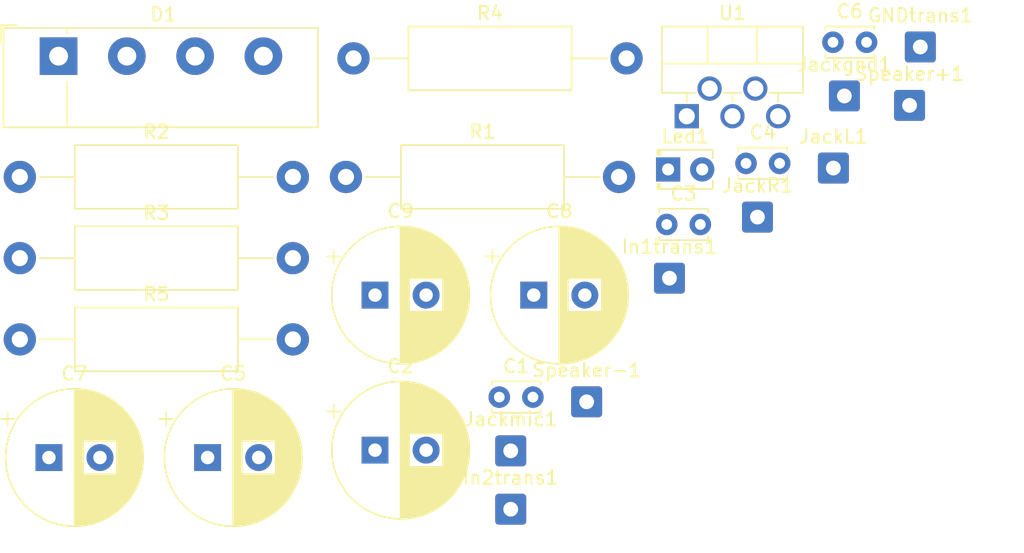
<source format=kicad_pcb>
(kicad_pcb (version 20211014) (generator pcbnew)
  (layers (0 "F.Cu" signal) (31 "B.Cu" signal) (34 "B.Paste" user) (35 "F.Paste" user) (36 "B.SilkS" user "B.Silkscreen") (37 "F.SilkS" user "F.Silkscreen") (38 "B.Mask" user) (39 "F.Mask" user) (44 "Edge.Cuts" user))
  (net 0 "")
  (net 1 "Net-(C1-Pad1)")
  (net 2 "Net-(C1-Pad2)")
  (net 3 "Net-(C2-Pad1)")
  (net 4 "GND")
  (net 5 "Net-(C3-Pad2)")
  (net 6 "Net-(C4-Pad2)")
  (net 7 "Net-(C6-Pad2)")
  (net 8 "Net-(D1-Pad2)")
  (net 9 "Net-(D1-Pad4)")
  (net 11 "Net-(R5-Pad2)")
  (net 12 "Net-(R2-Pad1)")
  (net 13 "Net-(R3-Pad2)")
  (footprint "Capacitor_THT:C_Disc_D3.4mm_W2.1mm_P2.50mm" (layer "F.Cu") (at 107.26 43.55)
    (fp_text reference "C4" (at 1.25 -2.3) (layer "F.SilkS"))
    (fp_text value "C")
    (pad "1" thru_hole circle (at 0 0) (size 1.6 1.6) (drill 0.8) (layers *.Cu *.Mask) (net 4 "GND"))
    (pad "2" thru_hole circle (at 2.5 0) (size 1.6 1.6) (drill 0.8) (layers *.Cu *.Mask) (net 6 "Net-(C4-Pad2)"))
  )
  (footprint "LED_THT:LED_D2.0mm_W4.0mm_H2.8mm_FlatTop" (layer "F.Cu") (at 101.46 44)
    (fp_text reference "Led1" (at 1.27 -2.46) (layer "F.SilkS"))
    (fp_text value "LED")
    (pad "1" thru_hole rect (at 0 0) (size 1.8 1.8) (drill 0.9) (layers *.Cu *.Mask) (net 4 "GND"))
    (pad "2" thru_hole circle (at 2.54 0) (size 1.8 1.8) (drill 0.9) (layers *.Cu *.Mask) (net 11 "Net-(R5-Pad2)"))
  )
  (footprint "Connector_Wire:SolderWire-0.5sqmm_1x01_D0.9mm_OD2.3mm" (layer "F.Cu") (at 89.75 69.31)
    (fp_text reference "In2trans1" (at 0 -2.35) (layer "F.SilkS"))
    (fp_text value "Conn_01x01_Female")
    (pad "1" thru_hole roundrect (at 0 0) (size 2.3 2.3) (drill 1.1) (layers *.Cu *.Mask) (roundrect_rratio 0.108696) (net 9 "Net-(D1-Pad4)"))
  )
  (footprint "Capacitor_THT:C_Disc_D3.4mm_W2.1mm_P2.50mm" (layer "F.Cu") (at 113.73 34.53)
    (fp_text reference "C6" (at 1.25 -2.3) (layer "F.SilkS"))
    (fp_text value "C")
    (pad "1" thru_hole circle (at 0 0) (size 1.6 1.6) (drill 0.8) (layers *.Cu *.Mask) (net 4 "GND"))
    (pad "2" thru_hole circle (at 2.5 0) (size 1.6 1.6) (drill 0.8) (layers *.Cu *.Mask) (net 7 "Net-(C6-Pad2)"))
  )
  (footprint "Connector_Wire:SolderWire-0.5sqmm_1x01_D0.9mm_OD2.3mm" (layer "F.Cu") (at 113.76 43.9)
    (fp_text reference "JackL1" (at 0 -2.35) (layer "F.SilkS"))
    (fp_text value "Conn_01x01_Female")
    (pad "1" thru_hole roundrect (at 0 0) (size 2.3 2.3) (drill 1.1) (layers *.Cu *.Mask) (roundrect_rratio 0.108696) (net 1 "Net-(C1-Pad1)"))
  )
  (footprint "Connector_Wire:SolderWire-0.5sqmm_1x01_D0.9mm_OD2.3mm" (layer "F.Cu") (at 95.4 61.31)
    (fp_text reference "Speaker-1" (at 0 -2.35) (layer "F.SilkS"))
    (fp_text value "Conn_01x01_Female")
    (pad "1" thru_hole roundrect (at 0 0) (size 2.3 2.3) (drill 1.1) (layers *.Cu *.Mask) (roundrect_rratio 0.108696) (net 4 "GND"))
  )
  (footprint "Resistor_THT:R_Axial_DIN0414_L11.9mm_D4.5mm_P20.32mm_Horizontal" (layer "F.Cu") (at 78.05 35.73)
    (fp_text reference "R4" (at 10.16 -3.37) (layer "F.SilkS"))
    (fp_text value "R")
    (pad "1" thru_hole circle (at 0 0) (size 2.4 2.4) (drill 1.2) (layers *.Cu *.Mask) (net 13 "Net-(R3-Pad2)"))
    (pad "2" thru_hole oval (at 20.32 0) (size 2.4 2.4) (drill 1.2) (layers *.Cu *.Mask) (net 5 "Net-(C3-Pad2)"))
  )
  (footprint "Resistor_THT:R_Axial_DIN0414_L11.9mm_D4.5mm_P20.32mm_Horizontal" (layer "F.Cu") (at 53.22 56.66)
    (fp_text reference "R5" (at 10.16 -3.37) (layer "F.SilkS"))
    (fp_text value "R")
    (pad "1" thru_hole circle (at 0 0) (size 2.4 2.4) (drill 1.2) (layers *.Cu *.Mask) (net 6 "Net-(C4-Pad2)"))
    (pad "2" thru_hole oval (at 20.32 0) (size 2.4 2.4) (drill 1.2) (layers *.Cu *.Mask) (net 11 "Net-(R5-Pad2)"))
  )
  (footprint "Resistor_THT:R_Axial_DIN0414_L11.9mm_D4.5mm_P20.32mm_Horizontal" (layer "F.Cu") (at 77.49 44.56)
    (fp_text reference "R1" (at 10.16 -3.37) (layer "F.SilkS"))
    (fp_text value "R")
    (pad "1" thru_hole circle (at 0 0) (size 2.4 2.4) (drill 1.2) (layers *.Cu *.Mask) (net 2 "Net-(C1-Pad2)"))
    (pad "2" thru_hole oval (at 20.32 0) (size 2.4 2.4) (drill 1.2) (layers *.Cu *.Mask) (net 4 "GND"))
  )
  (footprint "Capacitor_THT:CP_Radial_D10.0mm_P3.80mm" (layer "F.Cu") (at 79.654646 64.91)
    (fp_text reference "C2" (at 1.9 -6.25) (layer "F.SilkS"))
    (fp_text value "C_Polarized")
    (pad "1" thru_hole rect (at 0 0) (size 2 2) (drill 1) (layers *.Cu *.Mask) (net 3 "Net-(C2-Pad1)"))
    (pad "2" thru_hole circle (at 3.8 0) (size 2 2) (drill 1) (layers *.Cu *.Mask) (net 4 "GND"))
  )
  (footprint "Capacitor_THT:C_Disc_D3.4mm_W2.1mm_P2.50mm" (layer "F.Cu") (at 101.36 48.1)
    (fp_text reference "C3" (at 1.25 -2.3) (layer "F.SilkS"))
    (fp_text value "C")
    (pad "1" thru_hole circle (at 0 0) (size 1.6 1.6) (drill 0.8) (layers *.Cu *.Mask) (net 4 "GND"))
    (pad "2" thru_hole circle (at 2.5 0) (size 1.6 1.6) (drill 0.8) (layers *.Cu *.Mask) (net 5 "Net-(C3-Pad2)"))
  )
  (footprint "Connector_Wire:SolderWire-0.5sqmm_1x01_D0.9mm_OD2.3mm" (layer "F.Cu") (at 119.43 39.23)
    (fp_text reference "Speaker+1" (at 0 -2.35) (layer "F.SilkS"))
    (fp_text value "Conn_01x01_Female")
    (pad "1" thru_hole roundrect (at 0 0) (size 2.3 2.3) (drill 1.1) (layers *.Cu *.Mask) (roundrect_rratio 0.108696) (net 13 "Net-(R3-Pad2)"))
  )
  (footprint "Capacitor_THT:CP_Radial_D10.0mm_P3.80mm" (layer "F.Cu") (at 55.384646 65.46)
    (fp_text reference "C7" (at 1.9 -6.25) (layer "F.SilkS"))
    (fp_text value "C_Polarized")
    (pad "1" thru_hole rect (at 0 0) (size 2 2) (drill 1) (layers *.Cu *.Mask) (net 7 "Net-(C6-Pad2)"))
    (pad "2" thru_hole circle (at 3.8 0) (size 2 2) (drill 1) (layers *.Cu *.Mask) (net 4 "GND"))
  )
  (footprint "Capacitor_THT:CP_Radial_D10.0mm_P3.80mm" (layer "F.Cu") (at 79.654646 53.36)
    (fp_text reference "C9" (at 1.9 -6.25) (layer "F.SilkS"))
    (fp_text value "C_Polarized")
    (pad "1" thru_hole rect (at 0 0) (size 2 2) (drill 1) (layers *.Cu *.Mask) (net 4 "GND"))
    (pad "2" thru_hole circle (at 3.8 0) (size 2 2) (drill 1) (layers *.Cu *.Mask) (net 7 "Net-(C6-Pad2)"))
  )
  (footprint "Connector_Wire:SolderWire-0.5sqmm_1x01_D0.9mm_OD2.3mm" (layer "F.Cu") (at 120.23 34.88)
    (fp_text reference "GNDtrans1" (at 0 -2.35) (layer "F.SilkS"))
    (fp_text value "Conn_01x01_Female")
    (pad "1" thru_hole roundrect (at 0 0) (size 2.3 2.3) (drill 1.1) (layers *.Cu *.Mask) (roundrect_rratio 0.108696) (net 4 "GND"))
  )
  (footprint "Connector_Wire:SolderWire-0.5sqmm_1x01_D0.9mm_OD2.3mm" (layer "F.Cu") (at 89.75 64.96)
    (fp_text reference "Jackmic1" (at 0 -2.35) (layer "F.SilkS"))
    (fp_text value "Conn_01x01_Female")
    (pad "1" thru_hole roundrect (at 0 0) (size 2.3 2.3) (drill 1.1) (layers *.Cu *.Mask) (roundrect_rratio 0.108696))
  )
  (footprint "Package_TO_SOT_THT:TO-220F-5_P3.4x2.06mm_StaggerOdd_Lead1.86mm_Vertical" (layer "F.Cu") (at 102.85 40.04)
    (fp_text reference "U1" (at 3.4 -7.68) (layer "F.SilkS"))
    (fp_text value "LM1875")
    (pad "1" thru_hole rect (at 0 0) (size 1.8 1.8) (drill 1.2) (layers *.Cu *.Mask) (net 2 "Net-(C1-Pad2)"))
    (pad "2" thru_hole oval (at 1.7 -2.06) (size 1.8 1.8) (drill 1.2) (layers *.Cu *.Mask) (net 12 "Net-(R2-Pad1)"))
    (pad "3" thru_hole oval (at 3.4 0) (size 1.8 1.8) (drill 1.2) (layers *.Cu *.Mask) (net 7 "Net-(C6-Pad2)"))
    (pad "4" thru_hole oval (at 5.1 -2.06) (size 1.8 1.8) (drill 1.2) (layers *.Cu *.Mask) (net 13 "Net-(R3-Pad2)"))
    (pad "5" thru_hole oval (at 6.8 0) (size 1.8 1.8) (drill 1.2) (layers *.Cu *.Mask) (net 6 "Net-(C4-Pad2)"))
  )
  (footprint "Capacitor_THT:CP_Radial_D10.0mm_P3.80mm" (layer "F.Cu") (at 67.194646 65.46)
    (fp_text reference "C5" (at 1.9 -6.25) (layer "F.SilkS"))
    (fp_text value "C_Polarized")
    (pad "1" thru_hole rect (at 0 0) (size 2 2) (drill 1) (layers *.Cu *.Mask) (net 6 "Net-(C4-Pad2)"))
    (pad "2" thru_hole circle (at 3.8 0) (size 2 2) (drill 1) (layers *.Cu *.Mask) (net 4 "GND"))
  )
  (footprint "Connector_Wire:SolderWire-0.5sqmm_1x01_D0.9mm_OD2.3mm" (layer "F.Cu") (at 114.58 38.53)
    (fp_text reference "Jackgnd1" (at 0 -2.35) (layer "F.SilkS"))
    (fp_text value "Conn_01x01_Female")
    (pad "1" thru_hole roundrect (at 0 0) (size 2.3 2.3) (drill 1.1) (layers *.Cu *.Mask) (roundrect_rratio 0.108696) (net 4 "GND"))
  )
  (footprint "Connector_Wire:SolderWire-0.5sqmm_1x01_D0.9mm_OD2.3mm" (layer "F.Cu") (at 101.56 52.1)
    (fp_text reference "In1trans1" (at 0 -2.35) (layer "F.SilkS"))
    (fp_text value "Conn_01x01_Female")
    (pad "1" thru_hole roundrect (at 0 0) (size 2.3 2.3) (drill 1.1) (layers *.Cu *.Mask) (roundrect_rratio 0.108696) (net 8 "Net-(D1-Pad2)"))
  )
  (footprint "Diode_THT:Diode_Bridge_Vishay_KBU" (layer "F.Cu") (at 56.105 35.565)
    (fp_text reference "D1" (at 7.8 -3.1) (layer "F.SilkS"))
    (fp_text value "B40C2300-1500B")
    (pad "1" thru_hole rect (at 0 0) (size 2.8 2.8) (drill 1.4) (layers *.Cu *.Mask) (net 7 "Net-(C6-Pad2)"))
    (pad "2" thru_hole circle (at 5.08 0) (size 2.8 2.8) (drill 1.4) (layers *.Cu *.Mask) (net 8 "Net-(D1-Pad2)"))
    (pad "3" thru_hole circle (at 10.16 0) (size 2.8 2.8) (drill 1.4) (layers *.Cu *.Mask) (net 6 "Net-(C4-Pad2)"))
    (pad "4" thru_hole circle (at 15.24 0) (size 2.8 2.8) (drill 1.4) (layers *.Cu *.Mask) (net 9 "Net-(D1-Pad4)"))
  )
  (footprint "Resistor_THT:R_Axial_DIN0414_L11.9mm_D4.5mm_P20.32mm_Horizontal" (layer "F.Cu") (at 53.22 50.61)
    (fp_text reference "R3" (at 10.16 -3.37) (layer "F.SilkS"))
    (fp_text value "R")
    (pad "1" thru_hole circle (at 0 0) (size 2.4 2.4) (drill 1.2) (layers *.Cu *.Mask) (net 12 "Net-(R2-Pad1)"))
    (pad "2" thru_hole oval (at 20.32 0) (size 2.4 2.4) (drill 1.2) (layers *.Cu *.Mask) (net 13 "Net-(R3-Pad2)"))
  )
  (footprint "Capacitor_THT:CP_Radial_D10.0mm_P3.80mm" (layer "F.Cu") (at 91.464646 53.36)
    (fp_text reference "C8" (at 1.9 -6.25) (layer "F.SilkS"))
    (fp_text value "C_Polarized")
    (pad "1" thru_hole rect (at 0 0) (size 2 2) (drill 1) (layers *.Cu *.Mask) (net 6 "Net-(C4-Pad2)"))
    (pad "2" thru_hole circle (at 3.8 0) (size 2 2) (drill 1) (layers *.Cu *.Mask) (net 4 "GND"))
  )
  (footprint "Capacitor_THT:C_Disc_D3.4mm_W2.1mm_P2.50mm" (layer "F.Cu") (at 88.9 60.96)
    (fp_text reference "C1" (at 1.25 -2.3) (layer "F.SilkS"))
    (fp_text value "C")
    (pad "1" thru_hole circle (at 0 0) (size 1.6 1.6) (drill 0.8) (layers *.Cu *.Mask) (net 1 "Net-(C1-Pad1)"))
    (pad "2" thru_hole circle (at 2.5 0) (size 1.6 1.6) (drill 0.8) (layers *.Cu *.Mask) (net 2 "Net-(C1-Pad2)"))
  )
  (footprint "Connector_Wire:SolderWire-0.5sqmm_1x01_D0.9mm_OD2.3mm" (layer "F.Cu") (at 108.11 47.55)
    (fp_text reference "JackR1" (at 0 -2.35) (layer "F.SilkS"))
    (fp_text value "Conn_01x01_Female")
    (pad "1" thru_hole roundrect (at 0 0) (size 2.3 2.3) (drill 1.1) (layers *.Cu *.Mask) (roundrect_rratio 0.108696) (net 1 "Net-(C1-Pad1)"))
  )
  (footprint "Resistor_THT:R_Axial_DIN0414_L11.9mm_D4.5mm_P20.32mm_Horizontal" (layer "F.Cu") (at 53.22 44.56)
    (fp_text reference "R2" (at 10.16 -3.37) (layer "F.SilkS"))
    (fp_text value "R")
    (pad "1" thru_hole circle (at 0 0) (size 2.4 2.4) (drill 1.2) (layers *.Cu *.Mask) (net 12 "Net-(R2-Pad1)"))
    (pad "2" thru_hole oval (at 20.32 0) (size 2.4 2.4) (drill 1.2) (layers *.Cu *.Mask) (net 3 "Net-(C2-Pad1)"))
  )
)
</source>
